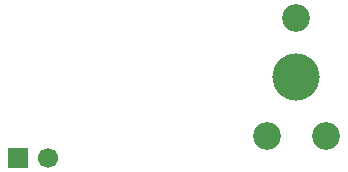
<source format=gbs>
%TF.GenerationSoftware,KiCad,Pcbnew,9.0.1*%
%TF.CreationDate,2025-04-23T14:31:23+07:00*%
%TF.ProjectId,LCD-50-bias-supply,4c43442d-3530-42d6-9269-61732d737570,rev?*%
%TF.SameCoordinates,Original*%
%TF.FileFunction,Soldermask,Bot*%
%TF.FilePolarity,Negative*%
%FSLAX45Y45*%
G04 Gerber Fmt 4.5, Leading zero omitted, Abs format (unit mm)*
G04 Created by KiCad (PCBNEW 9.0.1) date 2025-04-23 14:31:23*
%MOMM*%
%LPD*%
G01*
G04 APERTURE LIST*
%ADD10C,4.000000*%
%ADD11C,2.340000*%
%ADD12R,1.700000X1.700000*%
%ADD13C,1.700000*%
G04 APERTURE END LIST*
D10*
%TO.C,RV1*%
X16759460Y-11666220D03*
D11*
X17009460Y-12166220D03*
X16759460Y-11166220D03*
X16509460Y-12166220D03*
%TD*%
D12*
%TO.C,J4*%
X14406920Y-12352020D03*
D13*
X14660920Y-12352020D03*
%TD*%
M02*

</source>
